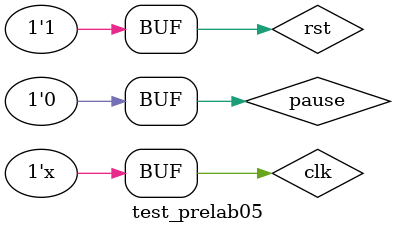
<source format=v>
`timescale 1ns / 1ps

module test_prelab05();

reg clk;
reg rst;
reg pause;
wire [4:0]bit30;
wire freeze;

top U3 (.rst(rst), .clk(clk), .pause(pause), .freeze(freeze), .bit30(bit30));

always #5 
begin
    clk = ~clk; // ±N clock ¤Ï¬Û (0 ÅÜ 1 ¡B1 ÅÜ 0)
end

initial
begin
   clk = 0; pause = 0; rst = 0;
   #10 rst = 1;
   #23 pause = 1;
   #25 pause = 0;
   #30 pause = 1;
   #20 pause = 0;
   #100 pause = 1;
   #20 pause = 0;
end

endmodule

</source>
